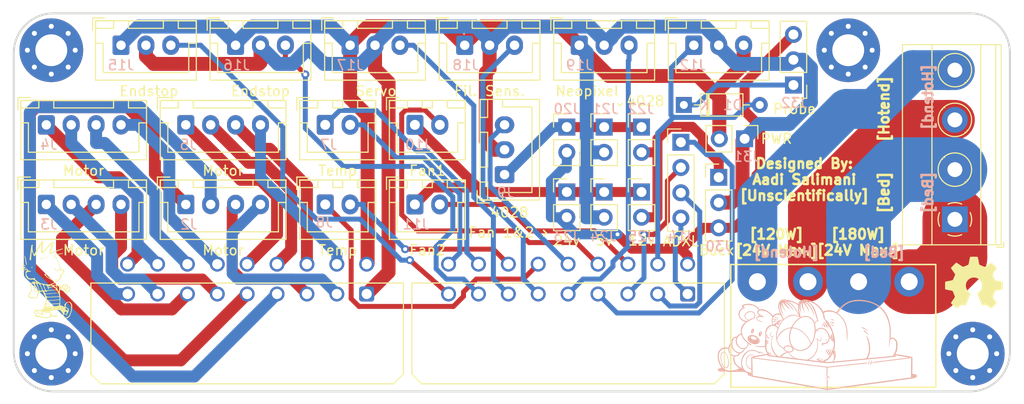
<source format=kicad_pcb>
(kicad_pcb (version 20221018) (generator pcbnew)
  (layers (0 "F.Cu" signal) (31 "B.Cu" signal) (34 "B.Paste" user) (35 "F.Paste" user) (36 "B.SilkS" user "B.Silkscreen") (37 "F.SilkS" user "F.Silkscreen") (38 "B.Mask" user) (39 "F.Mask" user) (44 "Edge.Cuts" user))
  (net 0 "")
  (net 1 "GND")
  (net 2 "Net-(D1-A)")
  (net 3 "Net-(D1-K)")
  (net 4 "Net-(J1-Pin_2)")
  (net 5 "Net-(J1-Pin_3)")
  (net 6 "Net-(J1-Pin_4)")
  (net 7 "Net-(J1-Pin_5)")
  (net 8 "Net-(J1-Pin_6)")
  (net 9 "Net-(J1-Pin_7)")
  (net 10 "Net-(J1-Pin_8)")
  (net 11 "Net-(J1-Pin_11)")
  (net 12 "Net-(J1-Pin_12)")
  (net 13 "Net-(J1-Pin_13)")
  (net 14 "Net-(J1-Pin_14)")
  (net 15 "Net-(J1-Pin_15)")
  (net 16 "+24V")
  (net 17 "Net-(J1-Pin_16)")
  (net 18 "Net-(J1-Pin_17)")
  (net 19 "Net-(J14-Pin_4)")
  (net 20 "+5V")
  (net 21 "Net-(J14-Pin_3)")
  (net 22 "Net-(J14-Pin_2)")
  (net 23 "Net-(J14-Pin_1)")
  (net 24 "Net-(J19-Pin_3)")
  (net 25 "Net-(J18-Pin_3)")
  (net 26 "Net-(J17-Pin_3)")
  (net 27 "Net-(J16-Pin_3)")
  (net 28 "Net-(J15-Pin_3)")
  (net 29 "Net-(J11-Pin_2)")
  (net 30 "Net-(J10-Pin_2)")
  (net 31 "Net-(J6-Pin_14)")
  (net 32 "Net-(J6-Pin_15)")
  (net 33 "Net-(J6-Pin_16)")
  (net 34 "/FA0")
  (net 35 "/FA1")
  (net 36 "Net-(J6-Pin_17)")
  (net 37 "Net-(J6-Pin_18)")
  (net 38 "Net-(J22-Pin_2)")
  (net 39 "Net-(J33-Pin_1)")
  (net 40 "Net-(J33-Pin_2)")
  (net 41 "Net-(J33-Pin_3)")
  (net 42 "Net-(J33-Pin_4)")
  (net 43 "Net-(J1-Pin_18)")
  (net 44 "Net-(J1-Pin_9)")
  (footprint "Connector_JST:JST_XH_B3B-XH-A_1x03_P2.50mm_Vertical" (layer "F.Cu") (at 122.5 74)
    (fp_text reference "J16")
    (fp_text value "Endstop")
  )
  (footprint "Connector_JST:JST_XH_B4B-XH-A_1x04_P2.50mm_Vertical" (layer "F.Cu") (at 103.5 90)
    (fp_text reference "J3")
    (fp_text value "Motor")
  )
  (footprint "Connector_JST:JST_XH_B4B-XH-A_1x04_P2.50mm_Vertical" (layer "F.Cu") (at 117.5 90)
    (fp_text reference "J2")
    (fp_text value "Motor")
  )
  (footprint "Connector_JST:JST_XH_B3B-XH-A_1x03_P2.50mm_Vertical" (layer "F.Cu") (at 145.5 74)
    (fp_text reference "J18")
    (fp_text value "Fil. Sens.")
  )
  (footprint "Connector_Molex:Molex_Micro-Fit_3.0_43045-1800_2x09_P3.00mm_Horizontal" (layer "F.Cu") (at 135.662 99 180)
    (fp_text reference "J1")
    (fp_text value "Molex Connector")
  )
  (footprint "Connector_JST:JST_XH_B2B-XH-A_1x02_P2.50mm_Vertical" (layer "F.Cu") (at 131.5 90)
    (fp_text reference "J8")
    (fp_text value "Temp")
  )
  (footprint "Connector_PinHeader_2.54mm:PinHeader_1x03_P2.54mm_Vertical" (layer "F.Cu") (at 178.5 78 180)
    (fp_text reference "J32")
    (fp_text value "Omron")
  )
  (footprint "Connector_PinHeader_2.54mm:PinHeader_1x02_P2.54mm_Vertical" (layer "F.Cu") (at 173.6 83.4 -90)
    (fp_text reference "J31")
    (fp_text value "12v")
  )
  (footprint "Connector_JST:JST_XH_B2B-XH-A_1x02_P2.50mm_Vertical" (layer "F.Cu") (at 131.5 82)
    (fp_text reference "J7")
    (fp_text value "Temp")
  )
  (footprint "Diode_THT:D_DO-35_SOD27_P7.62mm_Horizontal" (layer "F.Cu") (at 167.5 80)
    (fp_text reference "D1")
    (fp_text value "type=\"D\" model=\"DIODE\" lib=\"\"")
  )
  (footprint "Connector_Molex:Molex_Micro-Fit_3.0_43045-1800_2x09_P3.00mm_Horizontal" (layer "F.Cu") (at 167.88 99 180)
    (fp_text reference "J6")
    (fp_text value "Molex Connector")
  )
  (footprint "4 Pin 5mm Screw Terminal:TerminalBlock_Phoenix_MKDS-1,5-4_1x04_P5.00mm_Horizontal_Mod" (layer "F.Cu") (at 194.705 91.5 90)
    (fp_text reference "J34")
    (fp_text value "Output Heaters")
  )
  (footprint "Connector_PinHeader_2.54mm:PinHeader_1x02_P2.54mm_Vertical" (layer "F.Cu") (at 163.25 82.225)
    (fp_text reference "J22")
    (fp_text value "12v")
  )
  (footprint "Connector_JST:JST_XH_B2B-XH-A_1x02_P2.50mm_Vertical" (layer "F.Cu") (at 140.5 90)
    (fp_text reference "J11")
    (fp_text value "Fan2")
  )
  (footprint "Connector_JST:JST_XH_B3B-XH-A_1x03_P2.50mm_Vertical" (layer "F.Cu") (at 111 74)
    (fp_text reference "J15")
    (fp_text value "Endstop")
  )
  (footprint "MountingHole:MountingHole_3.2mm_M3_Pad_Via" (layer "F.Cu") (at 184 74.5)
    (fp_text reference "H4")
    (fp_text value "MountingHole")
  )
  (footprint "Connector_JST:JST_XH_B2B-XH-A_1x02_P2.50mm_Vertical" (layer "F.Cu") (at 140.5 82)
    (fp_text reference "J10")
    (fp_text value "Fan1")
  )
  (footprint "MountingHole:MountingHole_3.2mm_M3_Pad_Via" (layer "F.Cu") (at 196.5 105)
    (fp_text reference "H3")
    (fp_text value "MountingHole")
  )
  (footprint "Connector_JST:JST_XH_B3B-XH-A_1x03_P2.50mm_Vertical" (layer "F.Cu") (at 149.5 87 90)
    (fp_text reference "J9")
    (fp_text value "4028")
  )
  (footprint "Connector_PinHeader_2.54mm:PinHeader_1x02_P2.54mm_Vertical" (layer "F.Cu") (at 159.5 82.225)
    (fp_text reference "J21")
    (fp_text value "5v")
  )
  (footprint "4 Pin 5mm Screw Terminal:2EDGR-5.0-04P-14-00AH_DEG" (layer "F.Cu") (at 174.8792 97.7648)
    (fp_text reference "J33")
    (fp_text value "Input Heaters")
  )
  (footprint "Connector_PinHeader_2.54mm:PinHeader_1x03_P2.54mm_Vertical" (layer "F.Cu") (at 171 87.275)
    (fp_text reference "J30")
    (fp_text value "Buck")
  )
  (footprint "Connector_JST:JST_XH_B4B-XH-A_1x04_P2.50mm_Vertical" (layer "F.Cu") (at 103.5 82)
    (fp_text reference "J4")
    (fp_text value "Motor")
  )
  (footprint "MountingHole:MountingHole_3.2mm_M3_Pad_Via" (layer "F.Cu") (at 104 74.5)
    (fp_text reference "H2")
    (fp_text value "MountingHole")
  )
  (footprint "logo.preety:open" (layer "F.Cu") (at 196.6 97.9)
    (fp_text reference "Open" hide)
    (fp_text value "LOGO" hide)
  )
  (footprint "Connector_JST:JST_XH_B3B-XH-A_1x03_P2.50mm_Vertical" (layer "F.Cu") (at 157 74)
    (fp_text reference "J19")
    (fp_text value "Neopixel")
  )
  (footprint "Connector_PinHeader_2.54mm:PinHeader_1x02_P2.54mm_Vertical" (layer "F.Cu") (at 155.75 82.225)
    (fp_text reference "J20")
    (fp_text value "24v")
  )
  (footprint "Connector_PinHeader_2.54mm:PinHeader_1x04_P2.54mm_Vertical" (layer "F.Cu") (at 167.2 83.75)
    (fp_text reference "J14")
    (fp_text value "ADXL")
  )
  (footprint "Connector_PinHeader_2.54mm:PinHeader_1x02_P2.54mm_Vertical" (layer "F.Cu") (at 155.75 88.75)
    (fp_text reference "J23")
    (fp_text value "24v")
  )
  (footprint "Connector_JST:JST_XH_B3B-XH-A_1x03_P2.50mm_Vertical" (layer "F.Cu") (at 134 74)
    (fp_text reference "J17")
    (fp_text value "Servo")
  )
  (footprint "Connector_JST:JST_XH_B3B-XH-A_1x03_P2.50mm_Vertical" (layer "F.Cu") (at 168.5 74)
    (fp_text reference "J12")
    (fp_text value "Probe")
  )
  (footprint "Connector_JST:JST_XH_B4B-XH-A_1x04_P2.50mm_Vertical" (layer "F.Cu") (at 117.5 82)
    (fp_text reference "J5")
    (fp_text value "Motor")
  )
  (footprint "logo.preety:walk" (layer "F.Cu") (at 104.9 95.5)
    (fp_text reference "Calvin" hide)
    (fp_text value "LOGO" hide)
  )
  (footprint "Connector_PinHeader_2.54mm:PinHeader_1x02_P2.54mm_Vertical" (layer "F.Cu") (at 159.5 88.75)
    (fp_text reference "J24")
    (fp_text value "5v")
  )
  (footprint "Connector_PinHeader_2.54mm:PinHeader_1x02_P2.54mm_Vertical" (layer "F.Cu") (at 163.25 88.75)
    (fp_text reference "J25")
    (fp_text value "12v")
  )
  (footprint "MountingHole:MountingHole_3.2mm_M3_Pad_Via" (layer "F.Cu") (at 104 105)
    (fp_text reference "H1")
    (fp_text value "MountingHole")
  )
  (footprint "logo.preety:sleeping" (layer "B.Cu") (at 180.9 104.1 180)
    (fp_text reference "Garfield" hide)
    (fp_text value "LOGO" hide)
  )
  (gr_arc (start 200.231573 104.791573) (mid 199.06 107.62) (end 196.231573 108.791573) (stroke (width 0.2)) (layer "Edge.Cuts"))
  (gr_line (start 200.231573 104.791573) (end 200.231573 74.791573) (stroke (width 0.2)) (layer "Edge.Cuts"))
  (gr_line (start 104.231573 108.791573) (end 196.231573 108.791573) (stroke (width 0.2)) (layer "Edge.Cuts"))
  (gr_line (start 196.231573 70.791573) (end 104.231573 70.791573) (stroke (width 0.2)) (layer "Edge.Cuts"))
  (gr_arc (start 100.231573 74.791573) (mid 101.403146 71.963146) (end 104.231573 70.791573) (stroke (width 0.2)) (layer "Edge.Cuts"))
  (gr_line (start 100.231573 74.791573) (end 100.231573 104.791573) (stroke (width 0.2)) (layer "Edge.Cuts"))
  (gr_arc (start 196.231573 70.791573) (mid 199.06 71.963146) (end 200.231573 74.791573) (stroke (width 0.2)) (layer "Edge.Cuts"))
  (gr_arc (start 104.231573 108.791573) (mid 101.403146 107.62) (end 100.231573 104.791573) (stroke (width 0.2)) (layer "Edge.Cuts"))
  (gr_text "[Hotend]\n" (at 177.8 94.8) (layer "B.SilkS") (effects (font (size 1 1) (thickness 0.25)) (justify mirror)))
  (gr_text "[Bed]\n" (at 187.6 94.8) (layer "B.SilkS") (effects (font (size 1 1) (thickness 0.25)) (justify mirror)))
  (gr_text "[Bed]\n" (at 192 88.8 90) (layer "B.SilkS") (effects (font (size 1 1) (thickness 0.25)) (justify mirror)))
  (gr_text "[Hotend]\n" (at 192 79.2 90) (layer "B.SilkS") (effects (font (size 1 1) (thickness 0.25)) (justify mirror)))
  (gr_text "[Bed]\n" (at 187.6 88.8 90) (layer "F.SilkS") (effects (font (size 1 1) (thickness 0.25))))
  (gr_text "Fan 1&2 ›\n" (at 145.8 93.4) (layer "F.SilkS") (effects (font (size 1 1)) (justify left bottom)))
  (gr_text "Designed By:\nAadi Salimani\n[Unscientifically]" (at 179.6 87.5) (layer "F.SilkS") (effects (font (size 1 1) (thickness 0.25))))
  (gr_text "[120W]\n[24V Max.]" (at 176.8 93.8) (layer "F.SilkS") (effects (font (size 1 1) (thickness 0.25))))
  (gr_text "[Hotend]\n" (at 187.6 80.4 90) (layer "F.SilkS") (effects (font (size 1 1) (thickness 0.25))))
  (gr_text "[180W]\n[24V Max.]\n" (at 185 93.8) (layer "F.SilkS") (effects (font (size 1 1) (thickness 0.25))))
  (gr_text "⌄4028\n" (at 160.4 80.2) (layer "F.SilkS") (effects (font (size 1 1)) (justify left bottom)))
  (segment (start 125 74) (end 125 75.725) (width 1.4) (layer "F.Cu") (net 1))
  (segment (start 173.3887 88.7113) (end 172.285 89.815) (width 1.4) (layer "F.Cu") (net 1))
  (segment (start 148.5 84.5) (end 149.5 84.5) (width 1.4) (layer "F.Cu") (net 1))
  (segment (start 147.625 76.75) (end 147.625 83.625) (width 1.4) (layer "F.Cu") (net 1))
  (segment (start 178.5 75.46) (end 178.2893 75.46) (width 1) (layer "F.Cu") (net 1))
  (segment (start 137.8565 96.8055) (end 137.8565 77.7315) (width 1.4) (layer "F.Cu") (net 1))
  (segment (start 135.662 99) (end 137.8565 96.8055) (width 1.4) (layer "F.Cu") (net 1))
  (segment (start 148 76.375) (end 147.625 76.75) (width 1.4) (layer "F.Cu") (net 1))
  (segment (start 136.5 76.375) (end 136.5 74) (width 1.4) (layer "F.Cu") (net 1))
  (segment (start 173.3887 83.6113) (end 173.3887 88.7113) (width 1.4) (layer "F.Cu") (net 1))
  (segment (start 147.625 83.625) (end 148.5 84.5) (width 1.4) (layer "F.Cu") (net 1))
  (segment (start 124.85 75.875) (end 114.275 75.875) (width 1.4) (layer "F.Cu") (net 1))
  (segment (start 113.5 75.1) (end 113.5 74) (width 1.4) (layer "F.Cu") (net 1))
  (segment (start 125 75.725) (end 124.85 75.875) (width 1.4) (layer "F.Cu") (net 1))
  (segment (start 137.8565 77.7315) (end 136.5 76.375) (width 1.4) (layer "F.Cu") (net 1))
  (segment (start 173.6 83.4) (end 173.3887 83.6113) (width 1.4) (layer "F.Cu") (net 1))
  (segment (start 114.275 75.875) (end 113.5 75.1) (width 1.4) (layer "F.Cu") (net 1))
  (segment (start 172.285 89.815) (end 171 89.815) (width 1.4) (layer "F.Cu") (net 1))
  (segment (start 148 74) (end 148 76.375) (width 1.4) (layer "F.Cu") (net 1))
  (segment (start 172.75 75.875) (end 178.085 75.875) (width 1.4) (layer "B.Cu") (net 1))
  (segment (start 146.583274 72.125) (end 148 73.541726) (width 1.4) (layer "B.Cu") (net 1))
  (segment (start 136.5 74) (end 136.5 73.900126) (width 1.4) (layer "B.Cu") (net 1))
  (segment (start 128.225 75.875) (end 129.8 74.3) (width 1.4) (layer "B.Cu") (net 1))
  (segment (start 159.5 73.4) (end 159.5 74) (width 1) (layer "B.Cu") (net 1))
  (segment (start 171 73.541726) (end 171 74) (width 1.4) (layer "B.Cu") (net 1))
  (segment (start 180.25 76.25) (end 179.46 75.46) (width 1.4) (layer "B.Cu") (net 1))
  (segment (start 149.75 72.125) (end 158.083274 72.125) (width 1.4) (layer "B.Cu") (net 1))
  (segment (start 131.375 75.875) (end 135.083274 75.875) (width 1.4) (layer "B.Cu") (net 1))
  (segment (start 159.5 74) (end 160.25 73.25) (width 1.4) (layer "B.Cu") (net 1))
  (segment (start 178.085 75.875) (end 178.5 75.46) (width 1.4) (layer "B.Cu") (net 1))
  (segment (start 125 74) (end 125 74.125) (width 1.4) (layer "B.Cu") (net 1))
  (segment (start 136.5 73.900126) (end 138.275126 72.125) (width 1.4) (layer "B.Cu") (net 1))
  (segment (start 129.8 74.3) (end 131.375 75.875) (width 1.4) (layer "B.Cu") (net 1))
  (segment (start 179.46 75.46) (end 178.5 75.46) (width 1.4) (layer "B.Cu") (net 1))
  (segment (start 161.275126 72.125) (end 169.583274 72.125) (width 1.4) (layer "B.Cu") (net 1))
  (segment (start 136.5 74.458274) (end 136.5 74) (width 1.4) (layer "B.Cu") (net 1))
  (segment (start 171 74) (end 171 74.125) (width 1.4) (layer "B.Cu") (net 1))
  (segment (start 148 73.875) (end 149.75 72.125) (width 1.4) (layer "B.Cu") (net 1))
  (segment (start 158.083274 72.125) (end 159.5 73.541726) (width 1.4) (layer "B.Cu") (net 1))
  (segment (start 148 74) (end 148 73.875) (width 1.4) (layer "B.Cu") (net 1))
  (segment (start 171 74.125) (end 172.75 75.875) (width 1.4) (layer "B.Cu") (net 1))
  (segment (start 160.25 73.150126) (end 161.275126 72.125) (width 1.4) (layer "B.Cu") (net 1))
  (segment (start 160.25 73.25) (end 160.25 73.150126) (width 1.4) (layer "B.Cu") (net 1))
  (segment (start 180.25 79.75) (end 180.25 76.25) (width 1.4) (layer "B.Cu") (net 1))
  (segment (start 126.75 75.875) (end 128.225 75.875) (width 1.4) (layer "B.Cu") (net 1))
  (segment (start 135.083274 75.875) (end 136.5 74.458274) (width 1.4) (layer "B.Cu") (net 1))
  (segment (start 169.583274 72.125) (end 171 73.541726) (width 1.4) (layer "B.Cu") (net 1))
  (segment (start 173.6 83.4) (end 175.0825 81.9175) (width 1.4) (layer "B.Cu") (net 1))
  (segment (start 138.275126 72.125) (end 146.583274 72.125) (width 1.4) (layer "B.Cu") (net 1))
  (segment (start 125 74.125) (end 126.75 75.875) (width 1.4) (layer "B.Cu") (net 1))
  (segment (start 178.0825 81.9175) (end 180.25 79.75) (width 1.4) (layer "B.Cu") (net 1))
  (segment (start 175.0825 81.9175) (end 178.0825 81.9175) (width 1.4) (layer "B.Cu") (net 1))
  (segment (start 159.5 73.541726) (end 159.5 74) (width 1.4) (layer "B.Cu") (net 1))
  (segment (start 148 73.541726) (end 148 74) (width 1.4) (layer "B.Cu") (net 1))
  (segment (start 168.8 80) (end 170.8 78) (width 0.5) (layer "B.Cu") (net 2))
  (segment (start 167.5 80) (end 168.8 80) (width 0.5) (layer "B.Cu") (net 2))
  (segment (start 170.8 78) (end 178.5 78) (width 0.5) (layer "B.Cu") (net 2))
  (segment (start 166.4558 81.2538) (end 166.2036 81.0016) (width 0.5) (layer "B.Cu") (net 3))
  (segment (start 166.2036 76.2964) (end 168.5 74) (width 0.5) (layer "B.Cu") (net 3))
  (segment (start 164.88 96) (end 164.88 82.8296) (width 0.5) (layer "B.Cu") (net 3))
  (segment (start 173.82 80) (end 172.5662 81.2538) (width 0.5) (layer "B.Cu") (net 3))
  (segment (start 172.5662 81.2538) (end 166.4558 81.2538) (width 0.5) (layer "B.Cu") (net 3))
  (segment (start 175.12 80) (end 173.82 80) (width 0.5) (layer "B.Cu") (net 3))
  (segment (start 166.2036 81.0016) (end 166.2036 76.2964) (width 0.5) (layer "B.Cu") (net 3))
  (segment (start 164.88 82.8296) (end 166.4558 81.2538) (width 0.5) (layer "B.Cu") (net 3))
  (segment (start 122.162 96.962001) (end 122.162 92.838) (width 1.1) (layer "B.Cu") (net 4))
  (segment (start 131.162 97.5) (end 122.699999 97.5) (width 1.1) (layer "B.Cu") (net 4))
  (segment (start 122.699999 97.5) (end 122.162 96.962001) (width 1.1) (layer "B.Cu") (net 4))
  (segment (start 132.662 99) (end 131.162 97.5) (width 1.1) (layer "B.Cu") (net 4))
  (segment (start 122.162 92.838) (end 125 90) (width 1.1) (layer "B.Cu") (net 4))
  (segment (start 128.162 97.5) (end 123.040679 97.5) (width 1.1) (layer "F.Cu") (net 5))
  (segment (start 122.162 96.621321) (end 122.162 90.338) (width 1.1) (layer "F.Cu") (net 5))
  (segment (start 123.040679 97.5) (end 122.162 96.621321) (width 1.1) (layer "F.Cu") (net 5))
  (segment (start 129.662 99) (end 128.162 97.5) (width 1.1) (layer "F.Cu") (net 5))
  (segment (start 122.162 90.338) (end 122.5 90) (width 1.1) (layer "F.Cu") (net 5))
  (segment (start 118.3721 107.2899) (end 112.158402 107.2899) (width 1.2) (layer "B.Cu") (net 6))
  (segment (start 102.375 80.225) (end 112.908148 80.225) (width 1.2) (layer "B.Cu") (net 6))
  (segment (start 112.158402 107.2899) (end 101.85 96.981498) (width 1.2) (layer "B.Cu") (net 6))
  (segment (start 101.85 80.75) (end 102.375 80.225) (width 1.2) (layer "B.Cu") (net 6))
  (segment (start 101.85 96.981498) (end 101.85 80.75) (width 1.2) (layer "B.Cu") (net 6))
  (segment (start 112.908148 80.225) (end 120 87.316852) (width 1.2) (layer "B.Cu") (net 6))
  (segment (start 120 87.316852) (end 120 90) (width 1.2) (layer "B.Cu") (net 6))
  (segment (start 126.662 99) (end 118.3721 107.2899) (width 1.2) (layer "B.Cu") (net 6))
  (segment (start 114.4 82.941548) (end 114.4 86.9) (width 1.2) (layer "F.Cu") (net 7))
  (segment (start 123.662 99) (end 116.992 105.67) (width 1.2) (layer "F.Cu") (net 7))
  (segment (start 114.4 86.9) (end 117.5 90) (width 1.2) (layer "F.Cu") (net 7))
  (segment (start 111.683452 80.225) (end 114.4 82.941548) (width 1.2) (layer "F.Cu") (net 7))
  (segment (start 101.85 96.229598) (end 101.85 80.833148) (width 1.2) (layer "F.Cu") (net 7))
  (segment (start 111.290402 105.67) (end 101.85 96.229598) (width 1.2) (layer "F.Cu") (net 7))
  (segment (start 102.458148 80.225) (end 111.683452 80.225) (width 1.2) (layer "F.Cu") (net 7))
  (segment (start 116.992 105.67) (end 111.290402 105.67) (width 1.2) (layer "F.Cu") (net 7))
  (segment (start 101.85 80.833148) (end 102.458148 80.225) (width 1.2) (layer "F.Cu") (net 7))
  (segment (start 110.162 95.138) (end 111 94.3) (width 1.2) (layer "F.Cu") (net 8))
  (segment (start 119.162 97.5) (end 111 97.5) (width 1.1) (layer "F.Cu") (net 8))
  (segment (start 110.162 96.662) (end 110.162 95.138) (width 1.1) (layer "F.Cu") (net 8))
  (segment (start 111 94.3) (end 111 90) (width 1.2) (layer "F.Cu") (net 8))
  (segment (start 120.662 99) (end 119.162 97.5) (width 1.1) (layer "F.Cu") (net 8))
  (segment (start 111 97.5) (end 110.162 96.662) (width 1.1) (layer "F.Cu") (net 8))
  (segment (start 108.5 90) (end 105.0737 93.4263) (width 1.2) (layer "F.Cu") (net 9))
  (segment (start 111.019968 100.55) (end 116.112 100.55) (width 1.2) (layer "F.Cu") (net 9))
  (segment (start 105.0737 93.4263) (end 105.0737 94.603732) (width 1.2) (layer "F.Cu") (net 9))
  (segment (start 105.0737 94.603732) (end 111.019968 100.55) (width 1.2) (layer "F.Cu") (net 9))
  (segment (start 116.112 100.55) (end 117.662 99) (width 1.2) (layer "F.Cu") (net 9))
  (segment (start 110.0546 96.584632) (end 110.934984 97.465016) (width 1.2) (layer "B.Cu") (net 10))
  (segment (start 110.0546 94.0546) (end 106 90) (width 1.2) (layer "B.Cu") (net 10))
  (segment (start 110.934984 97.465016) (end 110.969968 97.5) (width 1.1) (layer "B.Cu") (net 10))
  (segment (start 110.969968 97.5) (end 113.162 97.5) (width 1.1) (layer "B.Cu") (net 10))
  (segment (start 113.162 97.5) (end 114.662 99) (width 1.1) (layer "B.Cu") (net 10))
  (segment (start 110.0546 94.0546) (end 110.0546 96.584632) (width 1.2) (layer "B.Cu") (net 10))
  (segment (start 132.662 96) (end 132.662 94.934014) (width 1.1) (layer "B.Cu") (net 11))
  (segment (start 132.662 94.934014) (end 125 87.272014) (width 1.1) (layer "B.Cu") (net 11))
  (segment (start 125 87.272014) (end 125 82) (width 1.1) (layer "B.Cu") (net 11))
  (segment (start 124.9111 84.4111) (end 122.5 82) (width 1.2) (layer "F.Cu") (net 12))
  (segment (start 129.662 96) (end 129.662 88.1548) (width 1.2) (layer "F.Cu") (net 12))
  (segment (start 125.9183 84.4111) (end 124.9111 84.4111) (width 1.2) (layer "F.Cu") (net 12))
  (segment (start 129.662 88.1548) (end 125.9183 84.4111) (width 1.2) (layer "F.Cu") (net 12))
  (segment (start 125.3231 85.813) (end 123.813 85.813) (width 1.2) (layer "F.Cu") (net 13))
  (segment (start 128.0774 94.5846) (end 128.0774 88.5673) (width 1.2) (layer "F.Cu") (net 13))
  (segment (start 123.813 85.813) (end 120 82) (width 1.2) (layer "F.Cu") (net 13))
  (segment (start 128.0774 88.5673) (end 125.3231 85.813) (width 1.2) (layer "F.Cu") (net 13))
  (segment (start 126.662 96) (end 128.0774 94.5846) (width 1.2) (layer "F.Cu") (net 13))
  (segment (start 123.662 96) (end 126.663 92.999) (width 1.2) (layer "F.Cu") (net 14))
  (segment (start 126.663 89.2018) (end 124.9842 87.523) (width 1.2) (layer "F.Cu") (net 14))
  (segment (start 126.663 92.999) (end 126.663 89.2018) (width 1.2) (layer "F.Cu") (net 14))
  (segment (start 123.023 87.523) (end 117.5 82) (width 1.2) (layer "F.Cu") (net 14))
  (segment (start 124.9842 87.523) (end 123.023 87.523) (width 1.2) (layer "F.Cu") (net 14))
  (segment (start 115.8471 91.1851) (end 120.662 96) (width 1.2) (layer "B.Cu") (net 15))
  (segment (start 115.8471 85.1471) (end 115.8471 91.1851) (width 1.2) (layer "B.Cu") (net 15))
  (segment (start 112.7 82) (end 115.8471 85.1471) (width 1.2) (layer "B.Cu") (net 15))
  (segment (start 111 82) (end 112.7 82) (width 1.2) (layer "B.Cu") (net 15))
  (segment (start 167.2426 94.5124) (end 167.1805 94.4504) (width 1) (layer "F.Cu") (net 16))
  (segment (start 173.6 77.82) (end 178.5 72.92) (width 1) (layer "F.Cu") (net 16))
  (segment (start 162.2879 94.4504) (end 160.8433 93.0058) (width 1) (layer "F.Cu") (net 16))
  (segment (start 175.1583 86.7101) (end 175.1583 82.1623) (width 1) (layer "F.Cu") (net 16))
  (segment (start 169.4 92.355) (end 167.2426 94.5124) (width 1) (layer "F.Cu") (net 16))
  (segment (start 175.1583 82.1623) (end 173.6 80.604) (width 1) (layer "F.Cu") (net 16))
  (segment (start 167.88 95.1499) (end 167.2426 94.5124) (width 1) (layer "F.Cu") (net 16))
  (segment (start 170.4019 92.355) (end 171 92.355) (width 1) (layer "F.Cu") (net 16))
  (segment (start 171 92.355) (end 172.6 92.355) (width 1) (layer "F.Cu") (net 16))
  (segment (start 174.7887 90.1663) (end 174.7887 87.0797) (width 1) (layer "F.Cu") (net 16))
  (segment (start 170.4019 92.355) (end 169.4 92.355) (width 1) (layer "F.Cu") (net 16))
  (segment (start 167.1805 94.4504) (end 162.2879 94.4504) (width 1) (layer "F.Cu") (net 16))
  (segment (start 167.88 96) (end 167.88 95.1499) (width 1) (layer "F.Cu") (net 16))
  (segment (start 173.6 80.604) (end 173.6 77.82) (width 1) (layer "F.Cu") (net 16))
  (segment (start 174.7887 87.0797) (end 175.1583 86.7101) (width 1) (layer "F.Cu") (net 16))
  (segment (start 172.6 92.355) (end 174.7887 90.1663) (width 1) (layer "F.Cu") (net 16))
  (via (at 160.8433 93.0058) (size 0.8) (drill 0.4) (layers "F.Cu" "B.Cu") (net 16))
  (segment (start 154.15 87.6335) (end 155.4185 86.365) (width 1) (layer "B.Cu") (net 16))
  (segment (start 154.95 91.29) (end 154.15 91.29) (width 1) (layer "B.Cu") (net 16))
  (segment (start 154.15 91.29) (end 154.15 87.6335) (width 1) (layer "B.Cu") (net 16))
  (segment (start 156.6658 93.0058) (end 160.8433 93.0058) (width 1) (layer "B.Cu") (net 16))
  (segment (start 154.95 91.29) (end 156.6658 93.0058) (width 1) (layer "B.Cu") (net 16))
  (segment (start 155.75 91.29) (end 154.95 91.29) (width 1) (layer "B.Cu") (net 16))
  (segment (start 155.4185 86.365) (end 155.75 86.365) (width 1) (layer "B.Cu") (net 16))
  (segment (start 155.75 85.565) (end 155.75 86.365) (width 1) (layer "B.Cu") (net 16))
  (segment (start 155.75 85.565) (end 155.75 84.765) (width 1) (layer "B.Cu") (net 16))
  (segment (start 114.4452 88.9029) (end 109.3673 83.825) (width 1.2) (layer "B.Cu") (net 17))
  (segment (start 114.4452 92.7832) (end 114.4452 88.9029) (width 1.2) (layer "B.Cu") (net 17))
  (segment (start 117.662 96) (end 114.4452 92.7832) (width 1.2) (layer "B.Cu") (net 17))
  (segment (start 108.5 82) (end 108.5 83.825) (width 1.2) (layer "B.Cu") (net 17))
  (segment (start 109.3673 83.825) (end 108.5 83.825) (width 1.2) (layer "B.Cu") (net 17))
  (segment (start 106 82) (end 106 83.825) (width 1.2) (layer "B.Cu") (net 18))
  (segment (start 112.6643 89.1861) (end 111.2772 87.799) (width 1.2) (layer "B.Cu") (net 18))
  (segment (start 109.974 87.799) (end 106 83.825) (width 1.2) (layer "B.Cu") (net 18))
  (segment (start 114.662 96) (end 112.6643 94.0023) (width 1.2) (layer "B.Cu") (net 18))
  (segment (start 112.6643 94.0023) (end 112.6643 89.1861) (width 1.2) (layer "B.Cu") (net 18))
  (segment (start 111.2772 87.799) (end 109.974 87.799) (width 1.2) (layer "B.Cu") (net 18))
  (segment (start 166.6408 97.7608) (end 166.6408 93.2792) (width 0.5) (layer "B.Cu") (net 19))
  (segment (start 167.2 91.37) (end 167.2 92.72) (width 0.5) (layer "B.Cu") (net 19))
  (segment (start 166.6408 93.2792) (end 167.2 92.72) (width 0.5) (layer "B.Cu") (net 19))
  (segment (start 167.88 99) (end 166.6408 97.7608) (width 0.5) (layer "B.Cu") (net 19))
  (segment (start 157 74) (end 157 74.1166) (width 1.4) (layer "F.Cu") (net 20))
  (segment (start 135.7542 95.9078) (end 135.7542 81.0864) (width 1.4) (layer "F.Cu") (net 20))
  (segment (start 170.6297 78.7953) (end 171.06 79.2256) (width 1.4) (layer "F.Cu") (net 20))
  (segment (start 157 74) (end 155.1231 72.1231) (width 1.4) (layer "F.Cu") (net 20))
  (segment (start 159.9714 77.088) (end 168.9224 77.088) (width 1.4) (layer "F.Cu") (net 20))
  (segment (start 155.1231 72.1231) (end 147.2425 72.1231) (width 1.4) (layer "F.Cu") (net 20))
  (segment (start 135.7542 81.0864) (end 134 79.3322) (width 1.4) (layer "F.Cu") (net 20))
  (segment (start 143.5963 72.0963) (end 145.4328 73.9328) (width 1.4) (layer "F.Cu") (net 20))
  (segment (start 147.2425 72.1231) (end 145.4328 73.9328) (width 1.4) (layer "F.Cu") (net 20))
  (segment (start 145.4328 73.9328) (end 145.5 74) (width 1.4) (layer "F.Cu") (net 20))
  (segment (start 171.06 79.2256) (end 171.06 83.4) (width 1.4) (layer "F.Cu") (net 20))
  (segment (start 168.9224 77.088) (end 170.6297 78.7953) (width 1.4) (layer "F.Cu") (net 20))
  (segment (start 170.6297 78.7953) (end 173.5 75.925) (width 1.4) (layer "F.Cu") (net 20))
  (segment (start 134 73.865) (end 135.7687 72.0963) (width 1.4) (layer "F.Cu") (net 20))
  (segment (start 135.7687 72.0963) (end 143.5963 72.0963) (width 1.4) (layer "F.Cu") (net 20))
  (segment (start 134 79.3322) (end 134 74) (width 1.4) (layer "F.Cu") (net 20))
  (segment (start 135.662 96) (end 135.7542 95.9078) (width 1.4) (layer "F.Cu") (net 20))
  (segment (start 157 74.1166) (end 159.9714 77.088) (width 1.4) (layer "F.Cu") (net 20))
  (segment (start 134 74) (end 134 73.865) (width 1.4) (layer "F.Cu") (net 20))
  (segment (start 173.5 74) (end 173.5 75.925) (width 1.4) (layer "F.Cu") (net 20))
  (segment (start 157.7481 74.7481) (end 157.7481 84.7635) (width 1.4) (layer "B.Cu") (net 20))
  (segment (start 122.5 73.8329) (end 122.5 74) (width 1.4) (layer "B.Cu") (net 20))
  (segment (start 157 74) (end 157.7481 74.7481) (width 1.4) (layer "B.Cu") (net 20))
  (segment (start 111 73.8941) (end 112.771 72.1231) (width 1.4) (layer "B.Cu") (net 20))
  (segment (start 132.1231 72.1231) (end 124.2098 72.1231) (width 1.4) (layer "B.Cu") (net 20))
  (segment (start 134 74) (end 132.1231 72.1231) (width 1.4) (layer "B.Cu") (net 20))
  (segment (start 120.7902 72.1231) (end 122.5 73.8329) (width 1.4) (layer "B.Cu") (net 20))
  (segment (start 159.5 84.765) (end 158.125 84.765) (width 1.4) (layer "B.Cu") (net 20))
  (segment (start 112.771 72.1231) (end 120.7902 72.1231) (width 1.4) (layer "B.Cu") (net 20))
  (segment (start 157.7 84.8146) (end 157.7496 84.765) (width 1.4) (layer "B.Cu") (net 20))
  (segment (start 157.7496 84.765) (end 158.125 84.765) (width 1.4) (layer "B.Cu") (net 20))
  (segment (start 111 74) (end 111 73.8941) (width 1.4) (layer "B.Cu") (net 20))
  (segment (start 124.2098 72.1231) (end 122.5 73.8329) (width 1.4) (layer "B.Cu") (net 20))
  (segment (start 159.5 91.29) (end 157.7 91.29) (width 1.4) (layer "B.Cu") (net 20))
  (segment (start 157.7481 84.7635) (end 157.7496 84.765) (width 1.4) (layer "B.Cu") (net 20))
  (segment (start 157.7 91.29) (end 157.7 84.8146) (width 1.4) (layer "B.Cu") (net 20))
  (segment (start 166.0847 100.2047) (end 164.88 99) (width 0.5) (layer "B.Cu") (net 21))
  (segment (start 169.0945 99.8146) (end 168.7044 100.2047) (width 0.5) (layer "B.Cu") (net 21))
  (segment (start 169.0945 90.7245) (end 169.0945 99.8146) (width 0.5) (layer "B.Cu") (net 21))
  (segment (start 167.2 88.83) (end 169.0945 90.7245) (width 0.5) (layer "B.Cu") (net 21))
  (segment (start 168.7044 100.2047) (end 166.0847 100.2047) (width 0.5) (layer "B.Cu") (net 21))
  (segment (start 164.4978 93.024) (end 163.499 93.024) (width 0.5) (layer "F.Cu") (net 22))
  (segment (start 167.2 86.29) (end 165.85 87.64) (width 0.5) (layer "F.Cu") (net 22))
  (segment (start 165.85 87.64) (end 165.85 91.6718) (width 0.5) (layer "F.Cu") (net 22))
  (segment (start 165.85 91.6718) (end 164.4978 93.024) (width 0.5) (layer "F.Cu") (net 22))
  (via (at 163.499 93.024) (size 0.8) (drill 0.4) (layers "F.Cu" "B.Cu") (net 22))
  (segment (start 163.499 97.381) (end 161.88 99) (width 0.5) (layer "B.Cu") (net 22))
  (segment (start 163.499 93.024) (end 163.499 97.381) (width 0.5) (layer "B.Cu") (net 22))
  (segment (start 172.3534 86.2098) (end 171.1332 84.9896) (width 0.5) (layer "B.Cu") (net 23))
  (segment (start 171.1332 84.9896) (end 169.7896 84.9896) (width 0.5) (layer "B.Cu") (net 23))
  (segment (start 167.2 83.75) (end 168.55 83.75) (width 0.5) (layer "B.Cu") (net 23))
  (segment (start 169.7896 84.9896) (end 168.55 83.75) (width 0.5) (layer "B.Cu") (net 23))
  (segment (start 160.7886 100.9086) (end 169.0157 100.9086) (width 0.5) (layer "B.Cu") (net 23))
  (segment (start 158.88 99) (end 160.7886 100.9086) (width 0.5) (layer "B.Cu") (net 23))
  (segment (start 169.0157 100.9086) (end 172.3534 97.5709) (width 0.5) (layer "B.Cu") (net 23))
  (segment (start 172.3534 97.5709) (end 172.3534 86.2098) (width 0.5) (layer "B.Cu") (net 23))
  (segment (start 162 75.475) (end 161.9252 75.5498) (width 0.5) (layer "B.Cu") (net 24))
  (segment (start 160.38 95.7548) (end 160.38 96.2448) (width 0.5) (layer "B.Cu") (net 24))
  (segment (start 159.1248 97.5) (end 157.38 97.5) (width 0.5) (layer "B.Cu") (net 24))
  (segment (start 162 74) (end 162 75.475) (width 0.5) (layer "B.Cu") (net 24))
  (segment (start 157.38 97.5) (end 155.88 99) (width 0.5) (layer "B.Cu") (net 24))
  (segment (start 161.9252 75.5498) (end 161.9252 94.2096) (width 0.5) (layer "B.Cu") (net 24))
  (segment (start 160.38 96.2448) (end 159.1248 97.5) (width 0.5) (layer "B.Cu") (net 24))
  (segment (start 161.9252 94.2096) (end 160.38 95.7548) (width 0.5) (layer "B.Cu") (net 24))
  (segment (start 147.3211 77.1789) (end 147.3211 89.0982) (width 0.5) (layer "B.Cu") (net 25))
  (segment (start 151.38 93.1571) (end 151.38 97.5) (width 0.5) (layer "B.Cu") (net 25))
  (segment (start 147.3211 89.0982) (end 151.38 93.1571) (width 0.5) (layer "B.Cu") (net 25))
  (segment (start 150.5 74) (end 147.3211 77.1789) (width 0.5) (layer "B.Cu") (net 25))
  (segment (start 151.38 97.5) (end 152.88 99) (width 0.5) (layer "B.Cu") (net 25))
  (segment (start 146.413 80.063) (end 140.35 74) (width 0.5) (layer "B.Cu") (net 26))
  (segment (start 148.3785 91.2252) (end 146.413 89.2597) (width 0.5) (layer "B.Cu") (net 26))
  (segment (start 148.3785 97.4985) (end 148.3785 91.2252) (width 0.5) (layer "B.Cu") (net 26))
  (segment (start 146.413 89.2597) (end 146.413 80.063) (width 0.5) (layer "B.Cu") (net 26))
  (segment (start 139 74) (end 140.35 74) (width 0.5) (layer "B.Cu") (net 26))
  (segment (start 149.88 99) (end 148.3785 97.4985) (width 0.5) (layer "B.Cu") (net 26))
  (segment (start 129.5012 76.9309) (end 128.0453 75.475) (width 0.5) (layer "F.Cu") (net 27))
  (segment (start 127.5 74) (end 127.5 75.475) (width 0.5) (layer "F.Cu") (net 27))
  (segment (start 128.0453 75.475) (end 127.5 75.475) (width 0.5) (layer "F.Cu") (net 27))
  (via (at 129.5012 76.9309) (size 0.8) (drill 0.4) (layers "F.Cu" "B.Cu") (net 27))
  (segment (start 142.6347 94.2329) (end 144.3073 92.5603) (width 0.5) (layer "B.Cu") (net 27))
  (segment (start 146.88 99) (end 145.38 97.5) (width 0.5) (layer "B.Cu") (net 27))
  (segment (start 141.25 86.179) (end 133.3283 86.179) (width 0.5) (layer "B.Cu") (net 27))
  (segment (start 133.3283 86.179) (end 129.5012 82.3519) (width 0.5) (layer "B.Cu") (net 27))
  (segment (start 143.6678 97.5) (end 142.6347 96.4669) (width 0.5) (layer "B.Cu") (net 27))
  (segment (start 142.6347 96.4669) (end 142.6347 94.2329) (width 0.5) (layer "B.Cu") (net 27))
  (segment (start 129.5012 82.3519) (end 129.5012 76.9309) (width 0.5) (layer "B.Cu") (net 27))
  (segment (start 144.3073 92.5603) (end 144.3073 89.2363) (width 0.5) (layer "B.Cu") (net 27))
  (segment (start 144.3073 89.2363) (end 141.25 86.179) (width 0.5) (layer "B.Cu") (net 27))
  (segment (start 145.38 97.5) (end 143.6678 97.5) (width 0.5) (layer "B.Cu") (net 27))
  (segment (start 143.88 99) (end 140 95.6) (width 0.5) (layer "F.Cu") (net 28))
  (via (at 140 95.6) (size 0.8) (drill 0.4) (layers "F.Cu" "B.Cu") (net 28))
  (segment (start 127.2345 88.0923) (end 127.2345 82.2343) (width 0.5) (layer "B.Cu") (net 28))
  (segment (start 134.9983 91.4744) (end 130.6166 91.4744) (width 0.5) (layer "B.Cu") (net 28))
  (segment (start 119.0002 74) (end 116 74) (width 0.5) (layer "B.Cu") (net 28))
  (segment (start 130.6166 91.4744) (end 127.2345 88.0923) (width 0.5) (layer "B.Cu") (net 28))
  (segment (start 127.2345 82.2343) (end 119.0002 74) (width 0.5) (layer "B.Cu") (net 28))
  (segment (start 140 95.6) (end 139.1239 95.6) (width 0.5) (layer "B.Cu") (net 28))
  (segment (start 139.1239 95.6) (end 134.9983 91.4744) (width 0.5) (layer "B.Cu") (net 28))
  (segment (start 143 90) (end 144.35 90) (width 0.5) (layer "F.Cu") (net 29))
  (segment (start 152.1293 92.6595) (end 158.5395 92.6595) (width 0.5) (layer "F.Cu") (net 29))
  (segment (start 144.35 90) (end 149.4698 90) (width 0.5) (layer "F.Cu") (net 29))
  (segment (start 149.4698 90) (end 152.1293 92.6595) (width 0.5) (layer "F.Cu") (net 29))
  (segment (start 158.5395 92.6595) (end 161.88 96) (width 0.5) (layer "F.Cu") (net 29))
  (segment (start 139.5741 80.5114) (end 139.1747 80.9108) (width 0.5) (layer "F.Cu") (net 30))
  (segment (start 143 82) (end 141.5114 80.5114) (width 0.5) (layer "F.Cu") (net 30))
  (segment (start 140.8087 92.6595) (end 150.7863 92.6595) (width 0.5) (layer "F.Cu") (net 30))
  (segment (start 141.5114 80.5114) (end 139.5741 80.5114) (width 0.5) (layer "F.Cu") (net 30))
  (segment (start 151.9588 93.832) (end 156.712 93.832) (width 0.5) (layer "F.Cu") (net 30))
  (segment (start 156.712 93.832) (end 158.88 96) (width 0.5) (layer "F.Cu") (net 30))
  (segment (start 139.1747 91.0255) (end 140.8087 92.6595) (width 0.5) (layer "F.Cu") (net 30))
  (segment (start 150.7863 92.6595) (end 151.9588 93.832) (width 0.5) (layer "F.Cu") (net 30))
  (segment (start 139.1747 80.9108) (end 139.1747 91.0255) (width 0.5) (layer "F.Cu") (net 30))
  (segment (start 155.88 96) (end 148.0488 88.1688) (width 0.5) (layer "B.Cu") (net 31))
  (segment (start 148.0488 83.4512) (end 149.5 82) (width 0.5) (layer "B.Cu") (net 31))
  (segment (start 148.0488 88.1688) (end 148.0488 83.4512) (width 0.5) (layer "B.Cu") (net 31))
  (segment (start 146.6681 97.5) (end 151.38 97.5) (width 0.5) (layer "F.Cu") (net 32))
  (segment (start 131.5 90) (end 134.1024 92.6024) (width 0.5) (layer "F.Cu") (net 32))
  (segment (start 134.1024 92.6024) (end 134.1024 99.4682) (width 0.5) (layer "F.Cu") (net 32))
  (segment (start 145.38 99.2374) (end 145.38 98.7881) (width 0.5) (layer "F.Cu") (net 32))
  (segment (start 151.38 97.5) (end 152.88 96) (width 0.5) (layer "F.Cu") (net 32))
  (segment (start 134.886 100.2518) (end 144.3656 100.2518) (width 0.5) (layer "F.Cu") (net 32))
  (segment (start 145.38 98.7881) (end 146.6681 97.5) (width 0.5) (layer "F.Cu") (net 32))
  (segment (start 144.3656 100.2518) (end 145.38 99.2374) (width 0.5) (layer "F.Cu") (net 32))
  (segment (start 134.1024 99.4682) (end 134.886 100.2518) (width 0.5) (layer "F.Cu") (net 32))
  (segment (start 148.3733 94.4933) (end 139.5192 94.4933) (width 0.5) (layer "F.Cu") (net 33))
  (segment (start 149.88 96) (end 148.3733 94.4933) (width 0.5) (layer "F.Cu") (net 33))
  (via (at 139.5192 94.4933) (size 0.8) (drill 0.4) (layers "F.Cu" "B.Cu") (net 33))
  (segment (start 135.35 90.3241) (end 139.5192 94.4933) (width 0.5) (layer "B.Cu") (net 33))
  (segment (start 134 90) (end 135.35 90) (width 0.5) (layer "B.Cu") (net 33))
  (segment (start 135.35 90) (end 135.35 90.3241) (width 0.5) (layer "B.Cu") (net 33))
  (segment (start 155.75 82.225) (end 157.1 82.225) (width 1) (layer "F.Cu") (net 34))
  (segment (start 159.5 82.225) (end 163.25 82.225) (width 1) (layer "F.Cu") (net 34))
  (segment (start 157.1 82.225) (end 158.15 82.225) (width 1) (layer "F.Cu") (net 34))
  (segment (start 159.5 82.225) (end 158.15 82.225) (width 1) (layer "F.Cu") (net 34))
  (segment (start 154.4 82.225) (end 149.625 87) (width 1) (layer "B.Cu") (net 34))
  (segment (start 149.625 87) (end 149.5 87) (width 1) (layer "B.Cu") (net 34))
  (segment (start 155.75 82.225) (end 154.4 82.225) (width 1) (layer "B.Cu") (net 34))
  (segment (start 155.75 88.75) (end 147.25 88.75) (width 1) (layer "F.Cu") (net 35))
  (segment (start 146.8 88.3) (end 147.25 88.75) (width 1) (layer "F.Cu") (net 35))
  (segment (start 142.2 88.3) (end 146.8 88.3) (width 1) (layer "F.Cu") (net 35))
  (segment (start 140.5 90) (end 142.2 88.3) (width 1) (layer "F.Cu") (net 35))
  (segment (start 163.25 88.75) (end 159.5 88.75) (width 1) (layer "F.Cu") (net 35))
  (segment (start 147.25 88.75) (end 140.5 82) (width 1) (layer "F.Cu") (net 35))
  (segment (start 159.5 88.75) (end 155.75 88.75) (width 1) (layer "F.Cu") (net 35))
  (segment (start 145.7111 94.8311) (end 145.7111 88.6547) (width 0.5) (layer "B.Cu") (net 36))
  (segment (start 136.6118 80.5481) (end 132.9519 80.5481) (width 0.5) (layer "B.Cu") (net 36))
  (segment (start 141.6585 84.6021) (end 140.6658 84.6021) (width 0.5) (layer "B.Cu") (net 36))
  (segment (start 132.9519 80.5481) (end 131.5 82) (width 0.5) (layer "B.Cu") (net 36))
  (segment (start 140.6658 84.6021) (end 136.6118 80.5481) (width 0.5) (layer "B.Cu") (net 36))
  (segment (start 145.7111 88.6547) (end 141.6585 84.6021) (width 0.5) (layer "B.Cu") (net 36))
  (segment (start 146.88 96) (end 145.7111 94.8311) (width 0.5) (layer "B.Cu") (net 36))
  (segment (start 141.3677 85.304) (end 138.654 85.304) (width 0.5) (layer "B.Cu") (net 37))
  (segment (start 138.654 85.304) (end 135.35 82) (width 0.5) (layer "B.Cu") (net 37))
  (segment (start 143.88 96) (end 145.0092 94.8708) (width 0.5) (layer "B.Cu") (net 37))
  (segment (start 145.0092 94.8708) (end 145.0092 88.9455) (width 0.5) (layer "B.Cu") (net 37))
  (segment (start 134 82) (end 135.35 82) (width 0.5) (layer "B.Cu") (net 37))
  (segment (start 145.0092 88.9455) (end 141.3677 85.304) (width 0.5) (layer "B.Cu") (net 37))
  (segment (start 169.4 83.2574) (end 168.3407 82.1981) (width 1) (layer "F.Cu") (net 38))
  (segment (start 168.3407 82.1981) (end 166.0593 82.1981) (width 1) (layer "F.Cu") (net 38))
  (segment (start 169.4 84.075) (end 169.4 83.2574) (width 1) (layer "F.Cu") (net 38))
  (segment (start 166.0593 82.1981) (end 164.85 83.4074) (width 1) (layer "F.Cu") (net 38))
  (segment (start 171 85.675) (end 169.4 84.075) (width 1) (layer "F.Cu") (net 38))
  (segment (start 171 87.275) (end 171 85.675) (width 1) (layer "F.Cu") (net 38))
  (segment (start 164.85 83.4074) (end 164.85 84.765) (width 1) (layer "F.Cu") (net 38))
  (segment (start 163.25 91.29) (end 164.85 91.29) (width 1) (layer "F.Cu") (net 38))
  (segment (start 164.85 91.29) (end 164.85 84.765) (width 1) (layer "F.Cu") (net 38))
  (segment (start 163.25 84.765) (end 164.85 84.765) (width 1) (layer "F.Cu") (net 38))
  (segment locked (start 194 76.5) (end 190.5 76.5) (width 4) (layer "B.Cu") (net 39))
  (segment locked (start 174.8792 92.1208) (end 174.8792 97.7648) (width 4) (layer "B.Cu") (net 39))
  (segment locked (start 194 76.5) (end 194.705 76.5) (width 4) (layer "B.Cu") (net 39))
  (segment (start 183.8 80.4) (end 174.8792 89.3208) (width 4) (layer "B.Cu") (net 39))
  (segment (start 186.6 80.4) (end 183.8 80.4) (width 4) (layer "B.Cu") (net 39))
  (segment (start 174.8792 89.3208) (end 174.8792 92.1208) (width 4) (layer "B.Cu") (net 39))
  (segment (start 190.5 76.5) (end 186.6 80.4) (width 4) (layer "B.Cu") (net 39))
  (segment locked (start 194 81.5) (end 188.7 81.5) (width 4) (layer "F.Cu") (net 40))
  (segment locked (start 179.9592 90.2408) (end 179.9592 97.7648) (width 4) (layer "F.Cu") (net 40))
  (segment locked (start 188.7 81.5) (end 179.9592 90.2408) (width 4) (layer "F.Cu") (net 40))
  (segment locked (start 194 81.5) (end 194.705 81.5) (width 4) (layer "F.Cu") (net 40))
  (segment locked (start 185.0392 90.3608) (end 185.0392 97.7648) (width 6.5) (layer "B.Cu") (net 41))
  (segment locked (start 188.9 86.5) (end 185.0392 90.3608) (width 6.5) (layer "B.Cu") (net 41))
  (segment locked (start 194 86.5) (end 188.9 86.5) (width 6.5) (layer "B.Cu") (net 41))
  (segment locked (start 194 86.5) (end 194.705 86.5) (width 6.5) (layer "B.Cu") (net 41))
  (segment locked (start 190.1192 97.7648) (end 192.2352 97.7648) (width 6.5) (layer "F.Cu") (net 42))
  (segment locked (start 194.705 95.295) (end 194.705 91.5) (width 6.5) (layer "F.Cu") (net 42))
  (segment locked (start 192.2352 97.7648) (end 194.705 95.295) (width 6.5) (layer "F.Cu") (net 42))
  (segment (start 108.7707 87.2707) (end 110.7484 87.2707) (width 1.2) (layer "F.Cu") (net 43))
  (segment (start 112.6594 95.0026) (end 111.662 96) (width 1.2) (layer "F.Cu") (net 43))
  (segment (start 112.6594 89.1817) (end 112.6594 95.0026) (width 1.2) (layer "F.Cu") (net 43))
  (segment (start 103.5 82) (end 108.7707 87.2707) (width 1.2) (layer "F.Cu") (net 43))
  (segment (start 110.7484 87.2707) (end 112.6594 89.1817) (width 1.2) (layer "F.Cu") (net 43))
  (segment (start 103.5 90) (end 108.5971 95.0971) (width 1.2) (layer "B.Cu") (net 44))
  (segment (start 108.5971 97.10703) (end 110.49007 99) (width 1.2) (layer "B.Cu") (net 44))
  (segment (start 108.5971 95.0971) (end 108.5971 97.10703) (width 1.2) (layer "B.Cu") (net 44))
  (segment (start 110.49007 99) (end 111.662 99) (width 1.2) (layer "B.Cu") (net 44))
)
</source>
